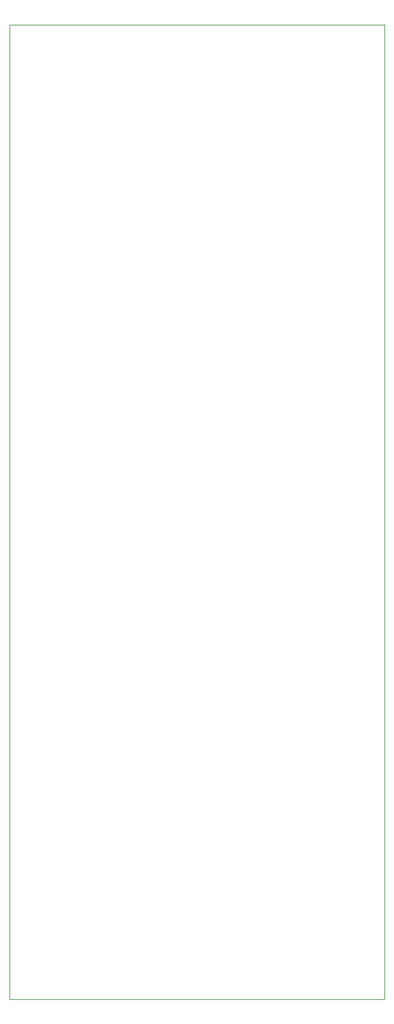
<source format=gbr>
G04 #@! TF.GenerationSoftware,KiCad,Pcbnew,(5.1.5)-3*
G04 #@! TF.CreationDate,2020-06-22T20:22:27+02:00*
G04 #@! TF.ProjectId,Mupi,4d757069-2e6b-4696-9361-645f70636258,rev?*
G04 #@! TF.SameCoordinates,Original*
G04 #@! TF.FileFunction,Profile,NP*
%FSLAX46Y46*%
G04 Gerber Fmt 4.6, Leading zero omitted, Abs format (unit mm)*
G04 Created by KiCad (PCBNEW (5.1.5)-3) date 2020-06-22 20:22:27*
%MOMM*%
%LPD*%
G04 APERTURE LIST*
%ADD10C,0.050000*%
G04 APERTURE END LIST*
D10*
X35000000Y-165000000D02*
X35000000Y-35000000D01*
X85000000Y-165000000D02*
X35000000Y-165000000D01*
X85000000Y-35000000D02*
X85000000Y-165000000D01*
X35000000Y-35000000D02*
X85000000Y-35000000D01*
M02*

</source>
